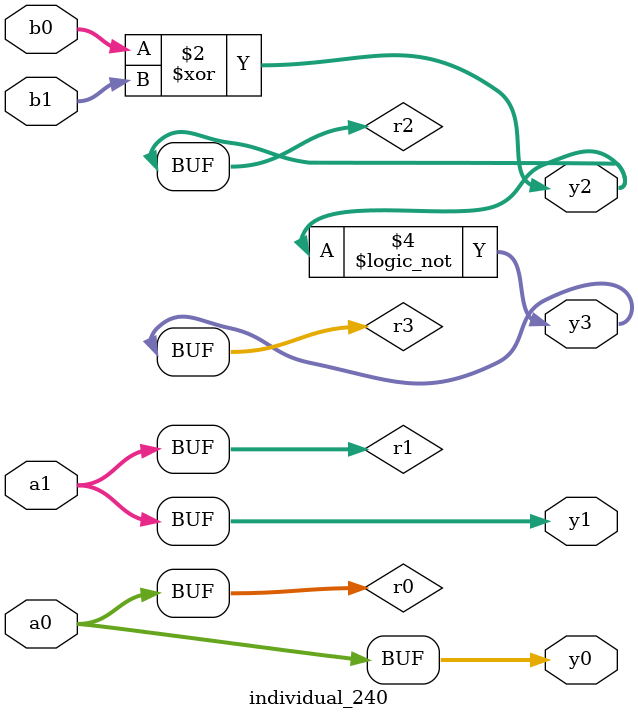
<source format=sv>
module individual_240(input logic [15:0] a1, input logic [15:0] a0, input logic [15:0] b1, input logic [15:0] b0, output logic [15:0] y3, output logic [15:0] y2, output logic [15:0] y1, output logic [15:0] y0);
logic [15:0] r0, r1, r2, r3;  always@(*) begin 	 r0 = a0; r1 = a1; r2 = b0; r3 = b1;  	 r2  ^=  r3 ; 	 r3  ^=  r0 ; 	 r3 = ! r2 ; 	 y3 = r3; y2 = r2; y1 = r1; y0 = r0; end
endmodule
</source>
